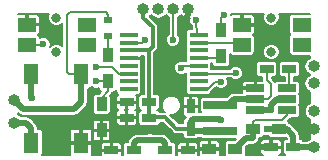
<source format=gbr>
G04 #@! TF.FileFunction,Copper,L1,Top,Signal*
%FSLAX46Y46*%
G04 Gerber Fmt 4.6, Leading zero omitted, Abs format (unit mm)*
G04 Created by KiCad (PCBNEW 4.0.7) date Thursday, August 02, 2018 'PMt' 03:47:54 PM*
%MOMM*%
%LPD*%
G01*
G04 APERTURE LIST*
%ADD10C,0.100000*%
%ADD11R,1.200000X0.750000*%
%ADD12R,0.750000X1.200000*%
%ADD13R,0.700000X0.600000*%
%ADD14R,1.300000X1.800000*%
%ADD15O,1.000000X1.000000*%
%ADD16R,2.900000X0.800000*%
%ADD17R,0.900000X1.200000*%
%ADD18R,1.200000X0.900000*%
%ADD19C,0.800000*%
%ADD20R,1.550000X1.200000*%
%ADD21R,1.560000X0.650000*%
%ADD22R,1.500000X0.450000*%
%ADD23C,0.600000*%
%ADD24C,0.500000*%
%ADD25C,0.300000*%
%ADD26C,0.200000*%
%ADD27C,0.250000*%
G04 APERTURE END LIST*
D10*
D11*
X113248400Y-82118200D03*
X115148400Y-82118200D03*
X128305600Y-75234800D03*
X126405600Y-75234800D03*
D12*
X119964200Y-78399600D03*
X119964200Y-80299600D03*
D11*
X117820400Y-82118200D03*
X119720400Y-82118200D03*
X114543800Y-79375000D03*
X116443800Y-79375000D03*
X114543800Y-78054200D03*
X116443800Y-78054200D03*
X128661200Y-81864200D03*
X126761200Y-81864200D03*
D13*
X112979200Y-71080400D03*
X112979200Y-72480400D03*
D14*
X106480000Y-75690000D03*
X110680000Y-75690000D03*
X106480000Y-81510000D03*
X110680000Y-81510000D03*
D15*
X105003600Y-77851000D03*
X104978200Y-79781400D03*
X119761000Y-70205600D03*
X118491000Y-70205600D03*
X117221000Y-70205600D03*
X115951000Y-70205600D03*
X130420000Y-78820000D03*
X130410000Y-81870000D03*
X130420000Y-80350000D03*
X130403600Y-75006200D03*
X130403600Y-76454000D03*
D16*
X122478800Y-78300400D03*
X122478800Y-80500400D03*
D17*
X112953800Y-74084000D03*
X112953800Y-76284000D03*
X112420400Y-78249600D03*
X112420400Y-80449600D03*
D18*
X123731200Y-82016600D03*
X121531200Y-82016600D03*
X125239600Y-80365600D03*
X127439600Y-80365600D03*
D17*
X122529600Y-74175800D03*
X122529600Y-71975800D03*
D19*
X108600000Y-73800000D03*
D20*
X106100000Y-71500000D03*
X106100000Y-73200000D03*
X111150000Y-71500000D03*
X111150000Y-73200000D03*
D19*
X108600000Y-70900000D03*
X126800000Y-73800000D03*
D20*
X124300000Y-71500000D03*
X124300000Y-73200000D03*
X129350000Y-71500000D03*
X129350000Y-73200000D03*
D19*
X126800000Y-70900000D03*
D21*
X125421400Y-76850200D03*
X125421400Y-77800200D03*
X125421400Y-78750200D03*
X128121400Y-78750200D03*
X128121400Y-76850200D03*
X128121400Y-77800200D03*
D22*
X114728200Y-72375600D03*
X114728200Y-73025600D03*
X114728200Y-73675600D03*
X114728200Y-74325600D03*
X114728200Y-74975600D03*
X114728200Y-75625600D03*
X114728200Y-76275600D03*
X114728200Y-76925600D03*
X120628200Y-76925600D03*
X120628200Y-76275600D03*
X120628200Y-75625600D03*
X120628200Y-74975600D03*
X120628200Y-74325600D03*
X120628200Y-73675600D03*
X120628200Y-73025600D03*
X120628200Y-72375600D03*
D23*
X125222000Y-82143600D03*
X129286000Y-80314800D03*
X127609600Y-72059800D03*
X119303800Y-73914000D03*
X107746800Y-71907400D03*
X111963200Y-82092800D03*
X122605800Y-82245200D03*
X124815600Y-74726800D03*
X126720600Y-78740000D03*
X116509800Y-81280000D03*
X106502200Y-77724000D03*
X126390400Y-80340200D03*
X122504200Y-79527400D03*
X123774200Y-75590400D03*
X122783600Y-70662800D03*
X118440200Y-72771000D03*
X116078000Y-72771000D03*
X107492800Y-73126600D03*
X111937800Y-75107800D03*
X122529600Y-76352400D03*
X119176800Y-75133200D03*
X111912400Y-76301600D03*
X120446800Y-71120000D03*
D24*
X126761200Y-81864200D02*
X125526800Y-81864200D01*
X125247400Y-82143600D02*
X125222000Y-82143600D01*
X125526800Y-81864200D02*
X125247400Y-82143600D01*
D25*
X124300000Y-71500000D02*
X125754400Y-71500000D01*
X126314200Y-72059800D02*
X127609600Y-72059800D01*
X125754400Y-71500000D02*
X126314200Y-72059800D01*
D24*
X119761000Y-70205600D02*
X119761000Y-70713600D01*
X119761000Y-70713600D02*
X119303800Y-71272400D01*
X119303800Y-71272400D02*
X119303800Y-73914000D01*
D26*
X106100000Y-71500000D02*
X107339400Y-71500000D01*
X107339400Y-71500000D02*
X107746800Y-71907400D01*
X113248400Y-82118200D02*
X111988600Y-82118200D01*
X111988600Y-82118200D02*
X111963200Y-82092800D01*
X121531200Y-82016600D02*
X122377200Y-82016600D01*
X122377200Y-82016600D02*
X122605800Y-82245200D01*
D27*
X125421400Y-76850200D02*
X125421400Y-76069200D01*
X124815600Y-75463400D02*
X124815600Y-74726800D01*
X125421400Y-76069200D02*
X124815600Y-75463400D01*
D24*
X126746000Y-78714600D02*
X126771400Y-78714600D01*
X126720600Y-78740000D02*
X126746000Y-78714600D01*
X106480000Y-75690000D02*
X106480000Y-77701800D01*
X106480000Y-77701800D02*
X106502200Y-77724000D01*
X115148400Y-82118200D02*
X115148400Y-81549200D01*
X117820400Y-81549200D02*
X117820400Y-82118200D01*
X117551200Y-81280000D02*
X117820400Y-81549200D01*
X115417600Y-81280000D02*
X116509800Y-81280000D01*
X116509800Y-81280000D02*
X117551200Y-81280000D01*
X115148400Y-81549200D02*
X115417600Y-81280000D01*
X128121400Y-77800200D02*
X127269820Y-77800200D01*
X127269820Y-77800200D02*
X126771400Y-78298620D01*
X126771400Y-78298620D02*
X126771400Y-78714600D01*
X126735800Y-78750200D02*
X125421400Y-78750200D01*
X126771400Y-78714600D02*
X126735800Y-78750200D01*
X117795000Y-82092800D02*
X117820400Y-82118200D01*
X115173800Y-82092800D02*
X115148400Y-82118200D01*
D26*
X128305600Y-75234800D02*
X128305600Y-76666000D01*
X128305600Y-76666000D02*
X128121400Y-76850200D01*
D24*
X125421400Y-77800200D02*
X123621800Y-77800200D01*
X123621800Y-77800200D02*
X123121600Y-78300400D01*
X123121600Y-78300400D02*
X122478800Y-78300400D01*
D26*
X126405600Y-75234800D02*
X126405600Y-76189800D01*
X126492000Y-77800200D02*
X125421400Y-77800200D01*
X126720600Y-77571600D02*
X126492000Y-77800200D01*
X126720600Y-76504800D02*
X126720600Y-77571600D01*
X126405600Y-76189800D02*
X126720600Y-76504800D01*
X125421400Y-77800200D02*
X124739400Y-77800200D01*
D24*
X127439600Y-80365600D02*
X128143000Y-80365600D01*
X128661200Y-80883800D02*
X128661200Y-81864200D01*
X128143000Y-80365600D02*
X128661200Y-80883800D01*
X130410000Y-81870000D02*
X128667000Y-81870000D01*
X128667000Y-81870000D02*
X128661200Y-81864200D01*
X122453400Y-79476600D02*
X122504200Y-79527400D01*
X119964200Y-79679800D02*
X119964200Y-80299600D01*
X119964200Y-79679800D02*
X120167400Y-79476600D01*
X120167400Y-79476600D02*
X122453400Y-79476600D01*
D25*
X119964200Y-80299600D02*
X118755200Y-80299600D01*
X117297200Y-79349600D02*
X116469200Y-79349600D01*
X118755200Y-80299600D02*
X117805200Y-79349600D01*
X117805200Y-79349600D02*
X117297200Y-79349600D01*
D24*
X119964200Y-80299600D02*
X120004800Y-80299600D01*
X122478800Y-80500400D02*
X120088800Y-80500400D01*
X120088800Y-80500400D02*
X119938800Y-80350400D01*
D25*
X116748600Y-71689000D02*
X116748600Y-73370400D01*
X115951000Y-70891400D02*
X116748600Y-71689000D01*
X115951000Y-70205600D02*
X115951000Y-70891400D01*
X116748600Y-73370400D02*
X116443400Y-73675600D01*
X114728200Y-73675600D02*
X116443400Y-73675600D01*
X116443800Y-73949600D02*
X116443800Y-78054200D01*
X116443800Y-73676000D02*
X116443800Y-73949600D01*
X116443400Y-73675600D02*
X116443800Y-73676000D01*
X116469200Y-79349600D02*
X116443800Y-79375000D01*
D24*
X126390400Y-80340200D02*
X127439600Y-80365600D01*
X130390400Y-81889600D02*
X130410000Y-81870000D01*
D25*
X116443800Y-79375000D02*
X116443800Y-78054200D01*
D24*
X130288800Y-81991200D02*
X130410000Y-81870000D01*
D26*
X110680000Y-75690000D02*
X109675200Y-75690000D01*
X112979200Y-70662800D02*
X112979200Y-71080400D01*
X112750600Y-70434200D02*
X112979200Y-70662800D01*
X109778800Y-70434200D02*
X112750600Y-70434200D01*
X109499400Y-70713600D02*
X109778800Y-70434200D01*
X109499400Y-75514200D02*
X109499400Y-70713600D01*
X109675200Y-75690000D02*
X109499400Y-75514200D01*
D24*
X105003600Y-77851000D02*
X105791000Y-78638400D01*
X110680000Y-78067400D02*
X110680000Y-75690000D01*
X110109000Y-78638400D02*
X110680000Y-78067400D01*
X105791000Y-78638400D02*
X110109000Y-78638400D01*
D26*
X110680000Y-75690000D02*
X110680000Y-75324200D01*
X112953800Y-74084000D02*
X112953800Y-72505800D01*
X112953800Y-72505800D02*
X112979200Y-72480400D01*
D24*
X104978200Y-79781400D02*
X105994200Y-79781400D01*
X106480000Y-80267200D02*
X106480000Y-81510000D01*
X105994200Y-79781400D02*
X106480000Y-80267200D01*
D26*
X120628200Y-75625600D02*
X123739000Y-75625600D01*
X123739000Y-75625600D02*
X123774200Y-75590400D01*
X122529600Y-71975800D02*
X122529600Y-70916800D01*
X122529600Y-70916800D02*
X122783600Y-70662800D01*
X114728200Y-73025600D02*
X115823400Y-73025600D01*
X118491000Y-72720200D02*
X118491000Y-70205600D01*
X118440200Y-72771000D02*
X118491000Y-72720200D01*
X115823400Y-73025600D02*
X116078000Y-72771000D01*
X114728200Y-75625600D02*
X113852600Y-75625600D01*
X107419400Y-73200000D02*
X106100000Y-73200000D01*
X107492800Y-73126600D02*
X107419400Y-73200000D01*
X113334800Y-75107800D02*
X111937800Y-75107800D01*
X113852600Y-75625600D02*
X113334800Y-75107800D01*
X120628200Y-76925600D02*
X121423000Y-76925600D01*
X121996200Y-76352400D02*
X122529600Y-76352400D01*
X121423000Y-76925600D02*
X121996200Y-76352400D01*
X112953800Y-76284000D02*
X111930000Y-76284000D01*
X119176800Y-75133200D02*
X119334400Y-74975600D01*
X119334400Y-74975600D02*
X120628200Y-74975600D01*
X111930000Y-76284000D02*
X111912400Y-76301600D01*
X112420400Y-78249600D02*
X112420400Y-77673200D01*
X112420400Y-77673200D02*
X112953800Y-77139800D01*
X112953800Y-77139800D02*
X112953800Y-76284000D01*
D24*
X123731200Y-82016600D02*
X123731200Y-82008800D01*
X123731200Y-82008800D02*
X124612400Y-81127600D01*
X125239600Y-81084600D02*
X125239600Y-80365600D01*
X125196600Y-81127600D02*
X125239600Y-81084600D01*
X124612400Y-81127600D02*
X125196600Y-81127600D01*
D26*
X123731200Y-82016600D02*
X123731200Y-81874000D01*
X128121400Y-78750200D02*
X128121400Y-79168000D01*
X127711200Y-79578200D02*
X125399800Y-79578200D01*
X128121400Y-79168000D02*
X127711200Y-79578200D01*
X125239600Y-79738400D02*
X125239600Y-80365600D01*
X125425200Y-79552800D02*
X125399800Y-79578200D01*
X125399800Y-79578200D02*
X125239600Y-79738400D01*
X126415800Y-79552800D02*
X125425200Y-79552800D01*
X120628200Y-74325600D02*
X122379800Y-74325600D01*
X122379800Y-74325600D02*
X122529600Y-74175800D01*
X120628200Y-73025600D02*
X124125600Y-73025600D01*
X124125600Y-73025600D02*
X124300000Y-73200000D01*
X120628200Y-72375600D02*
X120457800Y-72375600D01*
X120457800Y-72375600D02*
X120446800Y-71120000D01*
G36*
X126270529Y-80940096D02*
X126509224Y-80940304D01*
X126553728Y-80921915D01*
X126554642Y-80926773D01*
X126620345Y-81028879D01*
X126720597Y-81097378D01*
X126839600Y-81121477D01*
X128039600Y-81121477D01*
X128108159Y-81108576D01*
X128111200Y-81111617D01*
X128111200Y-81183323D01*
X128061200Y-81183323D01*
X127950027Y-81204242D01*
X127847921Y-81269945D01*
X127779422Y-81370197D01*
X127755323Y-81489200D01*
X127755323Y-82239200D01*
X127776242Y-82350373D01*
X127841945Y-82452479D01*
X127942197Y-82520978D01*
X127962058Y-82525000D01*
X127455156Y-82525000D01*
X127531137Y-82493528D01*
X127615528Y-82409136D01*
X127661200Y-82298873D01*
X127661200Y-81989200D01*
X127586200Y-81914200D01*
X126811200Y-81914200D01*
X126811200Y-81934200D01*
X126711200Y-81934200D01*
X126711200Y-81914200D01*
X125936200Y-81914200D01*
X125861200Y-81989200D01*
X125861200Y-82298873D01*
X125906872Y-82409136D01*
X125991263Y-82493528D01*
X126067244Y-82525000D01*
X124625251Y-82525000D01*
X124637077Y-82466600D01*
X124637077Y-81880741D01*
X124840218Y-81677600D01*
X125196600Y-81677600D01*
X125407076Y-81635734D01*
X125585509Y-81516509D01*
X125628509Y-81473509D01*
X125657896Y-81429527D01*
X125861200Y-81429527D01*
X125861200Y-81739200D01*
X125936200Y-81814200D01*
X126711200Y-81814200D01*
X126711200Y-81264200D01*
X126811200Y-81264200D01*
X126811200Y-81814200D01*
X127586200Y-81814200D01*
X127661200Y-81739200D01*
X127661200Y-81429527D01*
X127615528Y-81319264D01*
X127531137Y-81234872D01*
X127420874Y-81189200D01*
X126886200Y-81189200D01*
X126811200Y-81264200D01*
X126711200Y-81264200D01*
X126636200Y-81189200D01*
X126101526Y-81189200D01*
X125991263Y-81234872D01*
X125906872Y-81319264D01*
X125861200Y-81429527D01*
X125657896Y-81429527D01*
X125747734Y-81295076D01*
X125782265Y-81121477D01*
X125839600Y-81121477D01*
X125950773Y-81100558D01*
X126052879Y-81034855D01*
X126121378Y-80934603D01*
X126131921Y-80882541D01*
X126270529Y-80940096D01*
X126270529Y-80940096D01*
G37*
X126270529Y-80940096D02*
X126509224Y-80940304D01*
X126553728Y-80921915D01*
X126554642Y-80926773D01*
X126620345Y-81028879D01*
X126720597Y-81097378D01*
X126839600Y-81121477D01*
X128039600Y-81121477D01*
X128108159Y-81108576D01*
X128111200Y-81111617D01*
X128111200Y-81183323D01*
X128061200Y-81183323D01*
X127950027Y-81204242D01*
X127847921Y-81269945D01*
X127779422Y-81370197D01*
X127755323Y-81489200D01*
X127755323Y-82239200D01*
X127776242Y-82350373D01*
X127841945Y-82452479D01*
X127942197Y-82520978D01*
X127962058Y-82525000D01*
X127455156Y-82525000D01*
X127531137Y-82493528D01*
X127615528Y-82409136D01*
X127661200Y-82298873D01*
X127661200Y-81989200D01*
X127586200Y-81914200D01*
X126811200Y-81914200D01*
X126811200Y-81934200D01*
X126711200Y-81934200D01*
X126711200Y-81914200D01*
X125936200Y-81914200D01*
X125861200Y-81989200D01*
X125861200Y-82298873D01*
X125906872Y-82409136D01*
X125991263Y-82493528D01*
X126067244Y-82525000D01*
X124625251Y-82525000D01*
X124637077Y-82466600D01*
X124637077Y-81880741D01*
X124840218Y-81677600D01*
X125196600Y-81677600D01*
X125407076Y-81635734D01*
X125585509Y-81516509D01*
X125628509Y-81473509D01*
X125657896Y-81429527D01*
X125861200Y-81429527D01*
X125861200Y-81739200D01*
X125936200Y-81814200D01*
X126711200Y-81814200D01*
X126711200Y-81264200D01*
X126811200Y-81264200D01*
X126811200Y-81814200D01*
X127586200Y-81814200D01*
X127661200Y-81739200D01*
X127661200Y-81429527D01*
X127615528Y-81319264D01*
X127531137Y-81234872D01*
X127420874Y-81189200D01*
X126886200Y-81189200D01*
X126811200Y-81264200D01*
X126711200Y-81264200D01*
X126636200Y-81189200D01*
X126101526Y-81189200D01*
X125991263Y-81234872D01*
X125906872Y-81319264D01*
X125861200Y-81429527D01*
X125657896Y-81429527D01*
X125747734Y-81295076D01*
X125782265Y-81121477D01*
X125839600Y-81121477D01*
X125950773Y-81100558D01*
X126052879Y-81034855D01*
X126121378Y-80934603D01*
X126131921Y-80882541D01*
X126270529Y-80940096D01*
G36*
X115993800Y-77373323D02*
X115843800Y-77373323D01*
X115732627Y-77394242D01*
X115630521Y-77459945D01*
X115562022Y-77560197D01*
X115537923Y-77679200D01*
X115537923Y-78429200D01*
X115558842Y-78540373D01*
X115624545Y-78642479D01*
X115724797Y-78710978D01*
X115738971Y-78713848D01*
X115732627Y-78715042D01*
X115630521Y-78780745D01*
X115562022Y-78880997D01*
X115537923Y-79000000D01*
X115537923Y-79750000D01*
X115558842Y-79861173D01*
X115624545Y-79963279D01*
X115724797Y-80031778D01*
X115843800Y-80055877D01*
X117043800Y-80055877D01*
X117154973Y-80034958D01*
X117257079Y-79969255D01*
X117325578Y-79869003D01*
X117339633Y-79799600D01*
X117618804Y-79799600D01*
X118437002Y-80617798D01*
X118582992Y-80715346D01*
X118755200Y-80749600D01*
X119283323Y-80749600D01*
X119283323Y-80899600D01*
X119304242Y-81010773D01*
X119369945Y-81112879D01*
X119470197Y-81181378D01*
X119589200Y-81205477D01*
X120339200Y-81205477D01*
X120450373Y-81184558D01*
X120552479Y-81118855D01*
X120599252Y-81050400D01*
X120768826Y-81050400D01*
X120809545Y-81113679D01*
X120909797Y-81182178D01*
X121028800Y-81206277D01*
X123755905Y-81206277D01*
X123701459Y-81260723D01*
X123131200Y-81260723D01*
X123020027Y-81281642D01*
X122917921Y-81347345D01*
X122849422Y-81447597D01*
X122825323Y-81566600D01*
X122825323Y-82466600D01*
X122836312Y-82525000D01*
X122431200Y-82525000D01*
X122431200Y-82141600D01*
X122356200Y-82066600D01*
X121581200Y-82066600D01*
X121581200Y-82086600D01*
X121481200Y-82086600D01*
X121481200Y-82066600D01*
X120706200Y-82066600D01*
X120631200Y-82141600D01*
X120631200Y-82525000D01*
X120620400Y-82525000D01*
X120620400Y-82243200D01*
X120545400Y-82168200D01*
X119770400Y-82168200D01*
X119770400Y-82188200D01*
X119670400Y-82188200D01*
X119670400Y-82168200D01*
X118895400Y-82168200D01*
X118820400Y-82243200D01*
X118820400Y-82525000D01*
X118719837Y-82525000D01*
X118726277Y-82493200D01*
X118726277Y-81743200D01*
X118715049Y-81683527D01*
X118820400Y-81683527D01*
X118820400Y-81993200D01*
X118895400Y-82068200D01*
X119670400Y-82068200D01*
X119670400Y-81518200D01*
X119770400Y-81518200D01*
X119770400Y-82068200D01*
X120545400Y-82068200D01*
X120620400Y-81993200D01*
X120620400Y-81683527D01*
X120574728Y-81573264D01*
X120508392Y-81506927D01*
X120631200Y-81506927D01*
X120631200Y-81891600D01*
X120706200Y-81966600D01*
X121481200Y-81966600D01*
X121481200Y-81341600D01*
X121581200Y-81341600D01*
X121581200Y-81966600D01*
X122356200Y-81966600D01*
X122431200Y-81891600D01*
X122431200Y-81506927D01*
X122385528Y-81396664D01*
X122301137Y-81312272D01*
X122190874Y-81266600D01*
X121656200Y-81266600D01*
X121581200Y-81341600D01*
X121481200Y-81341600D01*
X121406200Y-81266600D01*
X120871526Y-81266600D01*
X120761263Y-81312272D01*
X120676872Y-81396664D01*
X120631200Y-81506927D01*
X120508392Y-81506927D01*
X120490337Y-81488872D01*
X120380074Y-81443200D01*
X119845400Y-81443200D01*
X119770400Y-81518200D01*
X119670400Y-81518200D01*
X119595400Y-81443200D01*
X119060726Y-81443200D01*
X118950463Y-81488872D01*
X118866072Y-81573264D01*
X118820400Y-81683527D01*
X118715049Y-81683527D01*
X118705358Y-81632027D01*
X118639655Y-81529921D01*
X118539403Y-81461422D01*
X118420400Y-81437323D01*
X118348146Y-81437323D01*
X118328534Y-81338724D01*
X118209309Y-81160291D01*
X117940109Y-80891091D01*
X117761676Y-80771866D01*
X117551200Y-80730000D01*
X116749834Y-80730000D01*
X116629671Y-80680104D01*
X116390976Y-80679896D01*
X116269715Y-80730000D01*
X115417600Y-80730000D01*
X115207124Y-80771866D01*
X115028691Y-80891091D01*
X114759491Y-81160291D01*
X114640266Y-81338724D01*
X114620654Y-81437323D01*
X114548400Y-81437323D01*
X114437227Y-81458242D01*
X114335121Y-81523945D01*
X114266622Y-81624197D01*
X114242523Y-81743200D01*
X114242523Y-82493200D01*
X114248507Y-82525000D01*
X114148400Y-82525000D01*
X114148400Y-82243200D01*
X114073400Y-82168200D01*
X113298400Y-82168200D01*
X113298400Y-82188200D01*
X113198400Y-82188200D01*
X113198400Y-82168200D01*
X112423400Y-82168200D01*
X112348400Y-82243200D01*
X112348400Y-82525000D01*
X111607083Y-82525000D01*
X111630000Y-82469673D01*
X111630000Y-81683527D01*
X112348400Y-81683527D01*
X112348400Y-81993200D01*
X112423400Y-82068200D01*
X113198400Y-82068200D01*
X113198400Y-81518200D01*
X113298400Y-81518200D01*
X113298400Y-82068200D01*
X114073400Y-82068200D01*
X114148400Y-81993200D01*
X114148400Y-81683527D01*
X114102728Y-81573264D01*
X114018337Y-81488872D01*
X113908074Y-81443200D01*
X113373400Y-81443200D01*
X113298400Y-81518200D01*
X113198400Y-81518200D01*
X113123400Y-81443200D01*
X112588726Y-81443200D01*
X112478463Y-81488872D01*
X112394072Y-81573264D01*
X112348400Y-81683527D01*
X111630000Y-81683527D01*
X111630000Y-81635000D01*
X111555000Y-81560000D01*
X110730000Y-81560000D01*
X110730000Y-81580000D01*
X110630000Y-81580000D01*
X110630000Y-81560000D01*
X109805000Y-81560000D01*
X109730000Y-81635000D01*
X109730000Y-82469673D01*
X109752917Y-82525000D01*
X107412589Y-82525000D01*
X107435877Y-82410000D01*
X107435877Y-80610000D01*
X107424649Y-80550327D01*
X109730000Y-80550327D01*
X109730000Y-81385000D01*
X109805000Y-81460000D01*
X110630000Y-81460000D01*
X110630000Y-80385000D01*
X110730000Y-80385000D01*
X110730000Y-81460000D01*
X111555000Y-81460000D01*
X111630000Y-81385000D01*
X111630000Y-80574600D01*
X111670400Y-80574600D01*
X111670400Y-81109274D01*
X111716072Y-81219537D01*
X111800464Y-81303928D01*
X111910727Y-81349600D01*
X112295400Y-81349600D01*
X112370400Y-81274600D01*
X112370400Y-80499600D01*
X112470400Y-80499600D01*
X112470400Y-81274600D01*
X112545400Y-81349600D01*
X112930073Y-81349600D01*
X113040336Y-81303928D01*
X113124728Y-81219537D01*
X113170400Y-81109274D01*
X113170400Y-80574600D01*
X113095400Y-80499600D01*
X112470400Y-80499600D01*
X112370400Y-80499600D01*
X111745400Y-80499600D01*
X111670400Y-80574600D01*
X111630000Y-80574600D01*
X111630000Y-80550327D01*
X111584328Y-80440064D01*
X111499937Y-80355672D01*
X111389674Y-80310000D01*
X110805000Y-80310000D01*
X110730000Y-80385000D01*
X110630000Y-80385000D01*
X110555000Y-80310000D01*
X109970326Y-80310000D01*
X109860063Y-80355672D01*
X109775672Y-80440064D01*
X109730000Y-80550327D01*
X107424649Y-80550327D01*
X107414958Y-80498827D01*
X107349255Y-80396721D01*
X107249003Y-80328222D01*
X107130000Y-80304123D01*
X107030000Y-80304123D01*
X107030000Y-80267200D01*
X106988134Y-80056724D01*
X106868909Y-79878291D01*
X106780544Y-79789926D01*
X111670400Y-79789926D01*
X111670400Y-80324600D01*
X111745400Y-80399600D01*
X112370400Y-80399600D01*
X112370400Y-79624600D01*
X112470400Y-79624600D01*
X112470400Y-80399600D01*
X113095400Y-80399600D01*
X113170400Y-80324600D01*
X113170400Y-79789926D01*
X113124728Y-79679663D01*
X113040336Y-79595272D01*
X112930073Y-79549600D01*
X112545400Y-79549600D01*
X112470400Y-79624600D01*
X112370400Y-79624600D01*
X112295400Y-79549600D01*
X111910727Y-79549600D01*
X111800464Y-79595272D01*
X111716072Y-79679663D01*
X111670400Y-79789926D01*
X106780544Y-79789926D01*
X106490618Y-79500000D01*
X113643800Y-79500000D01*
X113643800Y-79809673D01*
X113689472Y-79919936D01*
X113773863Y-80004328D01*
X113884126Y-80050000D01*
X114418800Y-80050000D01*
X114493800Y-79975000D01*
X114493800Y-79425000D01*
X114593800Y-79425000D01*
X114593800Y-79975000D01*
X114668800Y-80050000D01*
X115203474Y-80050000D01*
X115313737Y-80004328D01*
X115398128Y-79919936D01*
X115443800Y-79809673D01*
X115443800Y-79500000D01*
X115368800Y-79425000D01*
X114593800Y-79425000D01*
X114493800Y-79425000D01*
X113718800Y-79425000D01*
X113643800Y-79500000D01*
X106490618Y-79500000D01*
X106383109Y-79392491D01*
X106204676Y-79273266D01*
X105994200Y-79231400D01*
X105570038Y-79231400D01*
X105559558Y-79215715D01*
X105375000Y-79092396D01*
X105375000Y-79000218D01*
X105402091Y-79027309D01*
X105580524Y-79146534D01*
X105791000Y-79188401D01*
X105791005Y-79188400D01*
X110109000Y-79188400D01*
X110319476Y-79146534D01*
X110497909Y-79027309D01*
X111068909Y-78456309D01*
X111188134Y-78277876D01*
X111230000Y-78067400D01*
X111230000Y-76895877D01*
X111330000Y-76895877D01*
X111441173Y-76874958D01*
X111543279Y-76809255D01*
X111554698Y-76792543D01*
X111572083Y-76809959D01*
X111792529Y-76901496D01*
X112031224Y-76901704D01*
X112197923Y-76832825D01*
X112197923Y-76884000D01*
X112218842Y-76995173D01*
X112284545Y-77097279D01*
X112371335Y-77156580D01*
X112184191Y-77343723D01*
X111970400Y-77343723D01*
X111859227Y-77364642D01*
X111757121Y-77430345D01*
X111688622Y-77530597D01*
X111664523Y-77649600D01*
X111664523Y-78849600D01*
X111685442Y-78960773D01*
X111751145Y-79062879D01*
X111851397Y-79131378D01*
X111970400Y-79155477D01*
X112870400Y-79155477D01*
X112981573Y-79134558D01*
X113083679Y-79068855D01*
X113152178Y-78968603D01*
X113176277Y-78849600D01*
X113176277Y-78179200D01*
X113643800Y-78179200D01*
X113643800Y-78488873D01*
X113689472Y-78599136D01*
X113773863Y-78683528D01*
X113848878Y-78714600D01*
X113773863Y-78745672D01*
X113689472Y-78830064D01*
X113643800Y-78940327D01*
X113643800Y-79250000D01*
X113718800Y-79325000D01*
X114493800Y-79325000D01*
X114493800Y-78775000D01*
X114433400Y-78714600D01*
X114493800Y-78654200D01*
X114493800Y-78104200D01*
X114593800Y-78104200D01*
X114593800Y-78654200D01*
X114654200Y-78714600D01*
X114593800Y-78775000D01*
X114593800Y-79325000D01*
X115368800Y-79325000D01*
X115443800Y-79250000D01*
X115443800Y-78940327D01*
X115398128Y-78830064D01*
X115313737Y-78745672D01*
X115238722Y-78714600D01*
X115313737Y-78683528D01*
X115398128Y-78599136D01*
X115443800Y-78488873D01*
X115443800Y-78179200D01*
X115368800Y-78104200D01*
X114593800Y-78104200D01*
X114493800Y-78104200D01*
X113718800Y-78104200D01*
X113643800Y-78179200D01*
X113176277Y-78179200D01*
X113176277Y-77649600D01*
X113155358Y-77538427D01*
X113141850Y-77517435D01*
X113236640Y-77422645D01*
X113236643Y-77422643D01*
X113323352Y-77292873D01*
X113329538Y-77261773D01*
X113343840Y-77189877D01*
X113403800Y-77189877D01*
X113514973Y-77168958D01*
X113617079Y-77103255D01*
X113672323Y-77022402D01*
X113672323Y-77150600D01*
X113693242Y-77261773D01*
X113758945Y-77363879D01*
X113820151Y-77405699D01*
X113773863Y-77424872D01*
X113689472Y-77509264D01*
X113643800Y-77619527D01*
X113643800Y-77929200D01*
X113718800Y-78004200D01*
X114493800Y-78004200D01*
X114493800Y-77984200D01*
X114593800Y-77984200D01*
X114593800Y-78004200D01*
X115368800Y-78004200D01*
X115443800Y-77929200D01*
X115443800Y-77619527D01*
X115398128Y-77509264D01*
X115345342Y-77456477D01*
X115478200Y-77456477D01*
X115589373Y-77435558D01*
X115691479Y-77369855D01*
X115759978Y-77269603D01*
X115784077Y-77150600D01*
X115784077Y-76700600D01*
X115764570Y-76596929D01*
X115784077Y-76500600D01*
X115784077Y-76050600D01*
X115764570Y-75946929D01*
X115784077Y-75850600D01*
X115784077Y-75400600D01*
X115764570Y-75296929D01*
X115784077Y-75200600D01*
X115784077Y-74750600D01*
X115764085Y-74644351D01*
X115778200Y-74610273D01*
X115778200Y-74450600D01*
X115703200Y-74375600D01*
X114778200Y-74375600D01*
X114778200Y-74395600D01*
X114678200Y-74395600D01*
X114678200Y-74375600D01*
X114658200Y-74375600D01*
X114658200Y-74275600D01*
X114678200Y-74275600D01*
X114678200Y-74255600D01*
X114778200Y-74255600D01*
X114778200Y-74275600D01*
X115703200Y-74275600D01*
X115778200Y-74200600D01*
X115778200Y-74125600D01*
X115993800Y-74125600D01*
X115993800Y-77373323D01*
X115993800Y-77373323D01*
G37*
X115993800Y-77373323D02*
X115843800Y-77373323D01*
X115732627Y-77394242D01*
X115630521Y-77459945D01*
X115562022Y-77560197D01*
X115537923Y-77679200D01*
X115537923Y-78429200D01*
X115558842Y-78540373D01*
X115624545Y-78642479D01*
X115724797Y-78710978D01*
X115738971Y-78713848D01*
X115732627Y-78715042D01*
X115630521Y-78780745D01*
X115562022Y-78880997D01*
X115537923Y-79000000D01*
X115537923Y-79750000D01*
X115558842Y-79861173D01*
X115624545Y-79963279D01*
X115724797Y-80031778D01*
X115843800Y-80055877D01*
X117043800Y-80055877D01*
X117154973Y-80034958D01*
X117257079Y-79969255D01*
X117325578Y-79869003D01*
X117339633Y-79799600D01*
X117618804Y-79799600D01*
X118437002Y-80617798D01*
X118582992Y-80715346D01*
X118755200Y-80749600D01*
X119283323Y-80749600D01*
X119283323Y-80899600D01*
X119304242Y-81010773D01*
X119369945Y-81112879D01*
X119470197Y-81181378D01*
X119589200Y-81205477D01*
X120339200Y-81205477D01*
X120450373Y-81184558D01*
X120552479Y-81118855D01*
X120599252Y-81050400D01*
X120768826Y-81050400D01*
X120809545Y-81113679D01*
X120909797Y-81182178D01*
X121028800Y-81206277D01*
X123755905Y-81206277D01*
X123701459Y-81260723D01*
X123131200Y-81260723D01*
X123020027Y-81281642D01*
X122917921Y-81347345D01*
X122849422Y-81447597D01*
X122825323Y-81566600D01*
X122825323Y-82466600D01*
X122836312Y-82525000D01*
X122431200Y-82525000D01*
X122431200Y-82141600D01*
X122356200Y-82066600D01*
X121581200Y-82066600D01*
X121581200Y-82086600D01*
X121481200Y-82086600D01*
X121481200Y-82066600D01*
X120706200Y-82066600D01*
X120631200Y-82141600D01*
X120631200Y-82525000D01*
X120620400Y-82525000D01*
X120620400Y-82243200D01*
X120545400Y-82168200D01*
X119770400Y-82168200D01*
X119770400Y-82188200D01*
X119670400Y-82188200D01*
X119670400Y-82168200D01*
X118895400Y-82168200D01*
X118820400Y-82243200D01*
X118820400Y-82525000D01*
X118719837Y-82525000D01*
X118726277Y-82493200D01*
X118726277Y-81743200D01*
X118715049Y-81683527D01*
X118820400Y-81683527D01*
X118820400Y-81993200D01*
X118895400Y-82068200D01*
X119670400Y-82068200D01*
X119670400Y-81518200D01*
X119770400Y-81518200D01*
X119770400Y-82068200D01*
X120545400Y-82068200D01*
X120620400Y-81993200D01*
X120620400Y-81683527D01*
X120574728Y-81573264D01*
X120508392Y-81506927D01*
X120631200Y-81506927D01*
X120631200Y-81891600D01*
X120706200Y-81966600D01*
X121481200Y-81966600D01*
X121481200Y-81341600D01*
X121581200Y-81341600D01*
X121581200Y-81966600D01*
X122356200Y-81966600D01*
X122431200Y-81891600D01*
X122431200Y-81506927D01*
X122385528Y-81396664D01*
X122301137Y-81312272D01*
X122190874Y-81266600D01*
X121656200Y-81266600D01*
X121581200Y-81341600D01*
X121481200Y-81341600D01*
X121406200Y-81266600D01*
X120871526Y-81266600D01*
X120761263Y-81312272D01*
X120676872Y-81396664D01*
X120631200Y-81506927D01*
X120508392Y-81506927D01*
X120490337Y-81488872D01*
X120380074Y-81443200D01*
X119845400Y-81443200D01*
X119770400Y-81518200D01*
X119670400Y-81518200D01*
X119595400Y-81443200D01*
X119060726Y-81443200D01*
X118950463Y-81488872D01*
X118866072Y-81573264D01*
X118820400Y-81683527D01*
X118715049Y-81683527D01*
X118705358Y-81632027D01*
X118639655Y-81529921D01*
X118539403Y-81461422D01*
X118420400Y-81437323D01*
X118348146Y-81437323D01*
X118328534Y-81338724D01*
X118209309Y-81160291D01*
X117940109Y-80891091D01*
X117761676Y-80771866D01*
X117551200Y-80730000D01*
X116749834Y-80730000D01*
X116629671Y-80680104D01*
X116390976Y-80679896D01*
X116269715Y-80730000D01*
X115417600Y-80730000D01*
X115207124Y-80771866D01*
X115028691Y-80891091D01*
X114759491Y-81160291D01*
X114640266Y-81338724D01*
X114620654Y-81437323D01*
X114548400Y-81437323D01*
X114437227Y-81458242D01*
X114335121Y-81523945D01*
X114266622Y-81624197D01*
X114242523Y-81743200D01*
X114242523Y-82493200D01*
X114248507Y-82525000D01*
X114148400Y-82525000D01*
X114148400Y-82243200D01*
X114073400Y-82168200D01*
X113298400Y-82168200D01*
X113298400Y-82188200D01*
X113198400Y-82188200D01*
X113198400Y-82168200D01*
X112423400Y-82168200D01*
X112348400Y-82243200D01*
X112348400Y-82525000D01*
X111607083Y-82525000D01*
X111630000Y-82469673D01*
X111630000Y-81683527D01*
X112348400Y-81683527D01*
X112348400Y-81993200D01*
X112423400Y-82068200D01*
X113198400Y-82068200D01*
X113198400Y-81518200D01*
X113298400Y-81518200D01*
X113298400Y-82068200D01*
X114073400Y-82068200D01*
X114148400Y-81993200D01*
X114148400Y-81683527D01*
X114102728Y-81573264D01*
X114018337Y-81488872D01*
X113908074Y-81443200D01*
X113373400Y-81443200D01*
X113298400Y-81518200D01*
X113198400Y-81518200D01*
X113123400Y-81443200D01*
X112588726Y-81443200D01*
X112478463Y-81488872D01*
X112394072Y-81573264D01*
X112348400Y-81683527D01*
X111630000Y-81683527D01*
X111630000Y-81635000D01*
X111555000Y-81560000D01*
X110730000Y-81560000D01*
X110730000Y-81580000D01*
X110630000Y-81580000D01*
X110630000Y-81560000D01*
X109805000Y-81560000D01*
X109730000Y-81635000D01*
X109730000Y-82469673D01*
X109752917Y-82525000D01*
X107412589Y-82525000D01*
X107435877Y-82410000D01*
X107435877Y-80610000D01*
X107424649Y-80550327D01*
X109730000Y-80550327D01*
X109730000Y-81385000D01*
X109805000Y-81460000D01*
X110630000Y-81460000D01*
X110630000Y-80385000D01*
X110730000Y-80385000D01*
X110730000Y-81460000D01*
X111555000Y-81460000D01*
X111630000Y-81385000D01*
X111630000Y-80574600D01*
X111670400Y-80574600D01*
X111670400Y-81109274D01*
X111716072Y-81219537D01*
X111800464Y-81303928D01*
X111910727Y-81349600D01*
X112295400Y-81349600D01*
X112370400Y-81274600D01*
X112370400Y-80499600D01*
X112470400Y-80499600D01*
X112470400Y-81274600D01*
X112545400Y-81349600D01*
X112930073Y-81349600D01*
X113040336Y-81303928D01*
X113124728Y-81219537D01*
X113170400Y-81109274D01*
X113170400Y-80574600D01*
X113095400Y-80499600D01*
X112470400Y-80499600D01*
X112370400Y-80499600D01*
X111745400Y-80499600D01*
X111670400Y-80574600D01*
X111630000Y-80574600D01*
X111630000Y-80550327D01*
X111584328Y-80440064D01*
X111499937Y-80355672D01*
X111389674Y-80310000D01*
X110805000Y-80310000D01*
X110730000Y-80385000D01*
X110630000Y-80385000D01*
X110555000Y-80310000D01*
X109970326Y-80310000D01*
X109860063Y-80355672D01*
X109775672Y-80440064D01*
X109730000Y-80550327D01*
X107424649Y-80550327D01*
X107414958Y-80498827D01*
X107349255Y-80396721D01*
X107249003Y-80328222D01*
X107130000Y-80304123D01*
X107030000Y-80304123D01*
X107030000Y-80267200D01*
X106988134Y-80056724D01*
X106868909Y-79878291D01*
X106780544Y-79789926D01*
X111670400Y-79789926D01*
X111670400Y-80324600D01*
X111745400Y-80399600D01*
X112370400Y-80399600D01*
X112370400Y-79624600D01*
X112470400Y-79624600D01*
X112470400Y-80399600D01*
X113095400Y-80399600D01*
X113170400Y-80324600D01*
X113170400Y-79789926D01*
X113124728Y-79679663D01*
X113040336Y-79595272D01*
X112930073Y-79549600D01*
X112545400Y-79549600D01*
X112470400Y-79624600D01*
X112370400Y-79624600D01*
X112295400Y-79549600D01*
X111910727Y-79549600D01*
X111800464Y-79595272D01*
X111716072Y-79679663D01*
X111670400Y-79789926D01*
X106780544Y-79789926D01*
X106490618Y-79500000D01*
X113643800Y-79500000D01*
X113643800Y-79809673D01*
X113689472Y-79919936D01*
X113773863Y-80004328D01*
X113884126Y-80050000D01*
X114418800Y-80050000D01*
X114493800Y-79975000D01*
X114493800Y-79425000D01*
X114593800Y-79425000D01*
X114593800Y-79975000D01*
X114668800Y-80050000D01*
X115203474Y-80050000D01*
X115313737Y-80004328D01*
X115398128Y-79919936D01*
X115443800Y-79809673D01*
X115443800Y-79500000D01*
X115368800Y-79425000D01*
X114593800Y-79425000D01*
X114493800Y-79425000D01*
X113718800Y-79425000D01*
X113643800Y-79500000D01*
X106490618Y-79500000D01*
X106383109Y-79392491D01*
X106204676Y-79273266D01*
X105994200Y-79231400D01*
X105570038Y-79231400D01*
X105559558Y-79215715D01*
X105375000Y-79092396D01*
X105375000Y-79000218D01*
X105402091Y-79027309D01*
X105580524Y-79146534D01*
X105791000Y-79188401D01*
X105791005Y-79188400D01*
X110109000Y-79188400D01*
X110319476Y-79146534D01*
X110497909Y-79027309D01*
X111068909Y-78456309D01*
X111188134Y-78277876D01*
X111230000Y-78067400D01*
X111230000Y-76895877D01*
X111330000Y-76895877D01*
X111441173Y-76874958D01*
X111543279Y-76809255D01*
X111554698Y-76792543D01*
X111572083Y-76809959D01*
X111792529Y-76901496D01*
X112031224Y-76901704D01*
X112197923Y-76832825D01*
X112197923Y-76884000D01*
X112218842Y-76995173D01*
X112284545Y-77097279D01*
X112371335Y-77156580D01*
X112184191Y-77343723D01*
X111970400Y-77343723D01*
X111859227Y-77364642D01*
X111757121Y-77430345D01*
X111688622Y-77530597D01*
X111664523Y-77649600D01*
X111664523Y-78849600D01*
X111685442Y-78960773D01*
X111751145Y-79062879D01*
X111851397Y-79131378D01*
X111970400Y-79155477D01*
X112870400Y-79155477D01*
X112981573Y-79134558D01*
X113083679Y-79068855D01*
X113152178Y-78968603D01*
X113176277Y-78849600D01*
X113176277Y-78179200D01*
X113643800Y-78179200D01*
X113643800Y-78488873D01*
X113689472Y-78599136D01*
X113773863Y-78683528D01*
X113848878Y-78714600D01*
X113773863Y-78745672D01*
X113689472Y-78830064D01*
X113643800Y-78940327D01*
X113643800Y-79250000D01*
X113718800Y-79325000D01*
X114493800Y-79325000D01*
X114493800Y-78775000D01*
X114433400Y-78714600D01*
X114493800Y-78654200D01*
X114493800Y-78104200D01*
X114593800Y-78104200D01*
X114593800Y-78654200D01*
X114654200Y-78714600D01*
X114593800Y-78775000D01*
X114593800Y-79325000D01*
X115368800Y-79325000D01*
X115443800Y-79250000D01*
X115443800Y-78940327D01*
X115398128Y-78830064D01*
X115313737Y-78745672D01*
X115238722Y-78714600D01*
X115313737Y-78683528D01*
X115398128Y-78599136D01*
X115443800Y-78488873D01*
X115443800Y-78179200D01*
X115368800Y-78104200D01*
X114593800Y-78104200D01*
X114493800Y-78104200D01*
X113718800Y-78104200D01*
X113643800Y-78179200D01*
X113176277Y-78179200D01*
X113176277Y-77649600D01*
X113155358Y-77538427D01*
X113141850Y-77517435D01*
X113236640Y-77422645D01*
X113236643Y-77422643D01*
X113323352Y-77292873D01*
X113329538Y-77261773D01*
X113343840Y-77189877D01*
X113403800Y-77189877D01*
X113514973Y-77168958D01*
X113617079Y-77103255D01*
X113672323Y-77022402D01*
X113672323Y-77150600D01*
X113693242Y-77261773D01*
X113758945Y-77363879D01*
X113820151Y-77405699D01*
X113773863Y-77424872D01*
X113689472Y-77509264D01*
X113643800Y-77619527D01*
X113643800Y-77929200D01*
X113718800Y-78004200D01*
X114493800Y-78004200D01*
X114493800Y-77984200D01*
X114593800Y-77984200D01*
X114593800Y-78004200D01*
X115368800Y-78004200D01*
X115443800Y-77929200D01*
X115443800Y-77619527D01*
X115398128Y-77509264D01*
X115345342Y-77456477D01*
X115478200Y-77456477D01*
X115589373Y-77435558D01*
X115691479Y-77369855D01*
X115759978Y-77269603D01*
X115784077Y-77150600D01*
X115784077Y-76700600D01*
X115764570Y-76596929D01*
X115784077Y-76500600D01*
X115784077Y-76050600D01*
X115764570Y-75946929D01*
X115784077Y-75850600D01*
X115784077Y-75400600D01*
X115764570Y-75296929D01*
X115784077Y-75200600D01*
X115784077Y-74750600D01*
X115764085Y-74644351D01*
X115778200Y-74610273D01*
X115778200Y-74450600D01*
X115703200Y-74375600D01*
X114778200Y-74375600D01*
X114778200Y-74395600D01*
X114678200Y-74395600D01*
X114678200Y-74375600D01*
X114658200Y-74375600D01*
X114658200Y-74275600D01*
X114678200Y-74275600D01*
X114678200Y-74255600D01*
X114778200Y-74255600D01*
X114778200Y-74275600D01*
X115703200Y-74275600D01*
X115778200Y-74200600D01*
X115778200Y-74125600D01*
X115993800Y-74125600D01*
X115993800Y-77373323D01*
G36*
X119811000Y-70928874D02*
X119865936Y-70954294D01*
X119846904Y-71000129D01*
X119846696Y-71238824D01*
X119937848Y-71459429D01*
X120050749Y-71572527D01*
X120053133Y-71844723D01*
X119878200Y-71844723D01*
X119767027Y-71865642D01*
X119664921Y-71931345D01*
X119596422Y-72031597D01*
X119572323Y-72150600D01*
X119572323Y-72600600D01*
X119591830Y-72704271D01*
X119572323Y-72800600D01*
X119572323Y-73250600D01*
X119591830Y-73354271D01*
X119572323Y-73450600D01*
X119572323Y-73900600D01*
X119591830Y-74004271D01*
X119572323Y-74100600D01*
X119572323Y-74550600D01*
X119577027Y-74575600D01*
X119398531Y-74575600D01*
X119296671Y-74533304D01*
X119057976Y-74533096D01*
X118837371Y-74624248D01*
X118668441Y-74792883D01*
X118576904Y-75013329D01*
X118576696Y-75252024D01*
X118667848Y-75472629D01*
X118836483Y-75641559D01*
X119056929Y-75733096D01*
X119295624Y-75733304D01*
X119516229Y-75642152D01*
X119572323Y-75586156D01*
X119572323Y-75850600D01*
X119591830Y-75954271D01*
X119572323Y-76050600D01*
X119572323Y-76500600D01*
X119591830Y-76604271D01*
X119572323Y-76700600D01*
X119572323Y-77150600D01*
X119593242Y-77261773D01*
X119658945Y-77363879D01*
X119759197Y-77432378D01*
X119878200Y-77456477D01*
X121378200Y-77456477D01*
X121489373Y-77435558D01*
X121591479Y-77369855D01*
X121659978Y-77269603D01*
X121667124Y-77234314D01*
X121705843Y-77208443D01*
X122121464Y-76792822D01*
X122189283Y-76860759D01*
X122409729Y-76952296D01*
X122648424Y-76952504D01*
X122869029Y-76861352D01*
X123037959Y-76692717D01*
X123129496Y-76472271D01*
X123129501Y-76465527D01*
X124341400Y-76465527D01*
X124341400Y-76725200D01*
X124416400Y-76800200D01*
X125371400Y-76800200D01*
X125371400Y-76300200D01*
X125296400Y-76225200D01*
X124581726Y-76225200D01*
X124471463Y-76270872D01*
X124387072Y-76355264D01*
X124341400Y-76465527D01*
X123129501Y-76465527D01*
X123129704Y-76233576D01*
X123043770Y-76025600D01*
X123360852Y-76025600D01*
X123433883Y-76098759D01*
X123654329Y-76190296D01*
X123893024Y-76190504D01*
X124113629Y-76099352D01*
X124282559Y-75930717D01*
X124374096Y-75710271D01*
X124374304Y-75471576D01*
X124283152Y-75250971D01*
X124114517Y-75082041D01*
X123894071Y-74990504D01*
X123655376Y-74990296D01*
X123434771Y-75081448D01*
X123290367Y-75225600D01*
X121679014Y-75225600D01*
X121684077Y-75200600D01*
X121684077Y-74750600D01*
X121679373Y-74725600D01*
X121773723Y-74725600D01*
X121773723Y-74775800D01*
X121794642Y-74886973D01*
X121860345Y-74989079D01*
X121960597Y-75057578D01*
X122079600Y-75081677D01*
X122979600Y-75081677D01*
X123090773Y-75060758D01*
X123192879Y-74995055D01*
X123261378Y-74894803D01*
X123285477Y-74775800D01*
X123285477Y-73981781D01*
X123305745Y-74013279D01*
X123405997Y-74081778D01*
X123525000Y-74105877D01*
X125075000Y-74105877D01*
X125186173Y-74084958D01*
X125288279Y-74019255D01*
X125343368Y-73938628D01*
X126099879Y-73938628D01*
X126206223Y-74196000D01*
X126402964Y-74393085D01*
X126660150Y-74499878D01*
X126938628Y-74500121D01*
X127196000Y-74393777D01*
X127393085Y-74197036D01*
X127499878Y-73939850D01*
X127500121Y-73661372D01*
X127393777Y-73404000D01*
X127197036Y-73206915D01*
X126939850Y-73100122D01*
X126661372Y-73099879D01*
X126404000Y-73206223D01*
X126206915Y-73402964D01*
X126100122Y-73660150D01*
X126099879Y-73938628D01*
X125343368Y-73938628D01*
X125356778Y-73919003D01*
X125380877Y-73800000D01*
X125380877Y-72600000D01*
X125359958Y-72488827D01*
X125294255Y-72386721D01*
X125245712Y-72353553D01*
X125329328Y-72269936D01*
X125375000Y-72159673D01*
X125375000Y-71625000D01*
X125300000Y-71550000D01*
X124350000Y-71550000D01*
X124350000Y-71570000D01*
X124250000Y-71570000D01*
X124250000Y-71550000D01*
X124230000Y-71550000D01*
X124230000Y-71450000D01*
X124250000Y-71450000D01*
X124250000Y-70675000D01*
X124350000Y-70675000D01*
X124350000Y-71450000D01*
X125300000Y-71450000D01*
X125375000Y-71375000D01*
X125375000Y-70840327D01*
X125329328Y-70730064D01*
X125244937Y-70645672D01*
X125134674Y-70600000D01*
X124425000Y-70600000D01*
X124350000Y-70675000D01*
X124250000Y-70675000D01*
X124175000Y-70600000D01*
X123465326Y-70600000D01*
X123383626Y-70633841D01*
X123383677Y-70575000D01*
X126177003Y-70575000D01*
X126100122Y-70760150D01*
X126099879Y-71038628D01*
X126206223Y-71296000D01*
X126402964Y-71493085D01*
X126660150Y-71599878D01*
X126938628Y-71600121D01*
X127196000Y-71493777D01*
X127393085Y-71297036D01*
X127499878Y-71039850D01*
X127500121Y-70761372D01*
X127423114Y-70575000D01*
X130025000Y-70575000D01*
X130025000Y-70594123D01*
X128575000Y-70594123D01*
X128463827Y-70615042D01*
X128361721Y-70680745D01*
X128293222Y-70780997D01*
X128269123Y-70900000D01*
X128269123Y-72100000D01*
X128290042Y-72211173D01*
X128355745Y-72313279D01*
X128409494Y-72350004D01*
X128361721Y-72380745D01*
X128293222Y-72480997D01*
X128269123Y-72600000D01*
X128269123Y-73800000D01*
X128290042Y-73911173D01*
X128355745Y-74013279D01*
X128455997Y-74081778D01*
X128575000Y-74105877D01*
X130025000Y-74105877D01*
X130025000Y-74305035D01*
X129822242Y-74440515D01*
X129648823Y-74700053D01*
X129587927Y-75006200D01*
X129648823Y-75312347D01*
X129822242Y-75571885D01*
X130025000Y-75707365D01*
X130025000Y-75752835D01*
X129822242Y-75888315D01*
X129648823Y-76147853D01*
X129587927Y-76454000D01*
X129648823Y-76760147D01*
X129822242Y-77019685D01*
X130025000Y-77155165D01*
X130025000Y-78129794D01*
X129838642Y-78254315D01*
X129665223Y-78513853D01*
X129604327Y-78820000D01*
X129665223Y-79126147D01*
X129838642Y-79385685D01*
X130025000Y-79510206D01*
X130025000Y-81173112D01*
X129828642Y-81304315D01*
X129818162Y-81320000D01*
X129508819Y-81320000D01*
X129480455Y-81275921D01*
X129380203Y-81207422D01*
X129261200Y-81183323D01*
X129211200Y-81183323D01*
X129211200Y-80883800D01*
X129169334Y-80673324D01*
X129050109Y-80494891D01*
X129050106Y-80494889D01*
X128531909Y-79976691D01*
X128353476Y-79857466D01*
X128333802Y-79853553D01*
X128324558Y-79804427D01*
X128258855Y-79702321D01*
X128195829Y-79659257D01*
X128404240Y-79450845D01*
X128404243Y-79450843D01*
X128450859Y-79381077D01*
X128901400Y-79381077D01*
X129012573Y-79360158D01*
X129114679Y-79294455D01*
X129183178Y-79194203D01*
X129207277Y-79075200D01*
X129207277Y-78425200D01*
X129186358Y-78314027D01*
X129161677Y-78275671D01*
X129183178Y-78244203D01*
X129207277Y-78125200D01*
X129207277Y-77475200D01*
X129186358Y-77364027D01*
X129161677Y-77325671D01*
X129183178Y-77294203D01*
X129207277Y-77175200D01*
X129207277Y-76525200D01*
X129186358Y-76414027D01*
X129120655Y-76311921D01*
X129020403Y-76243422D01*
X128901400Y-76219323D01*
X128705600Y-76219323D01*
X128705600Y-75915677D01*
X128905600Y-75915677D01*
X129016773Y-75894758D01*
X129118879Y-75829055D01*
X129187378Y-75728803D01*
X129211477Y-75609800D01*
X129211477Y-74859800D01*
X129190558Y-74748627D01*
X129124855Y-74646521D01*
X129024603Y-74578022D01*
X128905600Y-74553923D01*
X127705600Y-74553923D01*
X127594427Y-74574842D01*
X127492321Y-74640545D01*
X127423822Y-74740797D01*
X127399723Y-74859800D01*
X127399723Y-75609800D01*
X127420642Y-75720973D01*
X127486345Y-75823079D01*
X127586597Y-75891578D01*
X127705600Y-75915677D01*
X127905600Y-75915677D01*
X127905600Y-76219323D01*
X127341400Y-76219323D01*
X127230227Y-76240242D01*
X127128121Y-76305945D01*
X127091660Y-76359308D01*
X127090152Y-76351727D01*
X127003443Y-76221957D01*
X126805600Y-76024114D01*
X126805600Y-75915677D01*
X127005600Y-75915677D01*
X127116773Y-75894758D01*
X127218879Y-75829055D01*
X127287378Y-75728803D01*
X127311477Y-75609800D01*
X127311477Y-74859800D01*
X127290558Y-74748627D01*
X127224855Y-74646521D01*
X127124603Y-74578022D01*
X127005600Y-74553923D01*
X125805600Y-74553923D01*
X125694427Y-74574842D01*
X125592321Y-74640545D01*
X125523822Y-74740797D01*
X125499723Y-74859800D01*
X125499723Y-75609800D01*
X125520642Y-75720973D01*
X125586345Y-75823079D01*
X125686597Y-75891578D01*
X125805600Y-75915677D01*
X126005600Y-75915677D01*
X126005600Y-76189800D01*
X126012641Y-76225200D01*
X125546400Y-76225200D01*
X125471400Y-76300200D01*
X125471400Y-76800200D01*
X125491400Y-76800200D01*
X125491400Y-76900200D01*
X125471400Y-76900200D01*
X125471400Y-76920200D01*
X125371400Y-76920200D01*
X125371400Y-76900200D01*
X124416400Y-76900200D01*
X124341400Y-76975200D01*
X124341400Y-77234873D01*
X124347749Y-77250200D01*
X123621805Y-77250200D01*
X123621800Y-77250199D01*
X123411324Y-77292066D01*
X123232891Y-77411291D01*
X123232889Y-77411294D01*
X123049660Y-77594523D01*
X121028800Y-77594523D01*
X120917627Y-77615442D01*
X120815521Y-77681145D01*
X120747022Y-77781397D01*
X120722923Y-77900400D01*
X120722923Y-78700400D01*
X120743842Y-78811573D01*
X120809545Y-78913679D01*
X120828456Y-78926600D01*
X120639200Y-78926600D01*
X120639200Y-78524600D01*
X120564200Y-78449600D01*
X120014200Y-78449600D01*
X120014200Y-78469600D01*
X119914200Y-78469600D01*
X119914200Y-78449600D01*
X119364200Y-78449600D01*
X119289200Y-78524600D01*
X119289200Y-79059274D01*
X119334872Y-79169537D01*
X119419264Y-79253928D01*
X119529527Y-79299600D01*
X119569472Y-79299600D01*
X119494700Y-79411505D01*
X119478027Y-79414642D01*
X119375921Y-79480345D01*
X119307422Y-79580597D01*
X119283323Y-79699600D01*
X119283323Y-79849600D01*
X118941596Y-79849600D01*
X118200098Y-79108102D01*
X118471632Y-79108339D01*
X118765772Y-78986803D01*
X118991012Y-78761955D01*
X119113061Y-78468028D01*
X119113339Y-78149768D01*
X118991803Y-77855628D01*
X118876303Y-77739926D01*
X119289200Y-77739926D01*
X119289200Y-78274600D01*
X119364200Y-78349600D01*
X119914200Y-78349600D01*
X119914200Y-77574600D01*
X120014200Y-77574600D01*
X120014200Y-78349600D01*
X120564200Y-78349600D01*
X120639200Y-78274600D01*
X120639200Y-77739926D01*
X120593528Y-77629663D01*
X120509136Y-77545272D01*
X120398873Y-77499600D01*
X120089200Y-77499600D01*
X120014200Y-77574600D01*
X119914200Y-77574600D01*
X119839200Y-77499600D01*
X119529527Y-77499600D01*
X119419264Y-77545272D01*
X119334872Y-77629663D01*
X119289200Y-77739926D01*
X118876303Y-77739926D01*
X118766955Y-77630388D01*
X118473028Y-77508339D01*
X118154768Y-77508061D01*
X117860628Y-77629597D01*
X117635388Y-77854445D01*
X117513339Y-78148372D01*
X117513061Y-78466632D01*
X117634597Y-78760772D01*
X117773183Y-78899600D01*
X117330785Y-78899600D01*
X117328758Y-78888827D01*
X117263055Y-78786721D01*
X117162803Y-78718222D01*
X117148629Y-78715352D01*
X117154973Y-78714158D01*
X117257079Y-78648455D01*
X117325578Y-78548203D01*
X117349677Y-78429200D01*
X117349677Y-77679200D01*
X117328758Y-77568027D01*
X117263055Y-77465921D01*
X117162803Y-77397422D01*
X117043800Y-77373323D01*
X116893800Y-77373323D01*
X116893800Y-73861596D01*
X117066798Y-73688598D01*
X117102242Y-73635552D01*
X117164346Y-73542608D01*
X117198600Y-73370400D01*
X117198600Y-71689000D01*
X117164346Y-71516792D01*
X117066798Y-71370802D01*
X116496465Y-70800469D01*
X116516685Y-70786958D01*
X116586000Y-70683222D01*
X116655315Y-70786958D01*
X116914853Y-70960377D01*
X117221000Y-71021273D01*
X117527147Y-70960377D01*
X117786685Y-70786958D01*
X117856000Y-70683222D01*
X117925315Y-70786958D01*
X118091000Y-70897666D01*
X118091000Y-72271802D01*
X117931841Y-72430683D01*
X117840304Y-72651129D01*
X117840096Y-72889824D01*
X117931248Y-73110429D01*
X118099883Y-73279359D01*
X118320329Y-73370896D01*
X118559024Y-73371104D01*
X118779629Y-73279952D01*
X118948559Y-73111317D01*
X119040096Y-72890871D01*
X119040304Y-72652176D01*
X118949152Y-72431571D01*
X118891000Y-72373317D01*
X118891000Y-70897666D01*
X119056685Y-70786958D01*
X119125608Y-70683808D01*
X119332137Y-70880943D01*
X119586713Y-70986384D01*
X119711000Y-70928874D01*
X119711000Y-70575000D01*
X119811000Y-70575000D01*
X119811000Y-70928874D01*
X119811000Y-70928874D01*
G37*
X119811000Y-70928874D02*
X119865936Y-70954294D01*
X119846904Y-71000129D01*
X119846696Y-71238824D01*
X119937848Y-71459429D01*
X120050749Y-71572527D01*
X120053133Y-71844723D01*
X119878200Y-71844723D01*
X119767027Y-71865642D01*
X119664921Y-71931345D01*
X119596422Y-72031597D01*
X119572323Y-72150600D01*
X119572323Y-72600600D01*
X119591830Y-72704271D01*
X119572323Y-72800600D01*
X119572323Y-73250600D01*
X119591830Y-73354271D01*
X119572323Y-73450600D01*
X119572323Y-73900600D01*
X119591830Y-74004271D01*
X119572323Y-74100600D01*
X119572323Y-74550600D01*
X119577027Y-74575600D01*
X119398531Y-74575600D01*
X119296671Y-74533304D01*
X119057976Y-74533096D01*
X118837371Y-74624248D01*
X118668441Y-74792883D01*
X118576904Y-75013329D01*
X118576696Y-75252024D01*
X118667848Y-75472629D01*
X118836483Y-75641559D01*
X119056929Y-75733096D01*
X119295624Y-75733304D01*
X119516229Y-75642152D01*
X119572323Y-75586156D01*
X119572323Y-75850600D01*
X119591830Y-75954271D01*
X119572323Y-76050600D01*
X119572323Y-76500600D01*
X119591830Y-76604271D01*
X119572323Y-76700600D01*
X119572323Y-77150600D01*
X119593242Y-77261773D01*
X119658945Y-77363879D01*
X119759197Y-77432378D01*
X119878200Y-77456477D01*
X121378200Y-77456477D01*
X121489373Y-77435558D01*
X121591479Y-77369855D01*
X121659978Y-77269603D01*
X121667124Y-77234314D01*
X121705843Y-77208443D01*
X122121464Y-76792822D01*
X122189283Y-76860759D01*
X122409729Y-76952296D01*
X122648424Y-76952504D01*
X122869029Y-76861352D01*
X123037959Y-76692717D01*
X123129496Y-76472271D01*
X123129501Y-76465527D01*
X124341400Y-76465527D01*
X124341400Y-76725200D01*
X124416400Y-76800200D01*
X125371400Y-76800200D01*
X125371400Y-76300200D01*
X125296400Y-76225200D01*
X124581726Y-76225200D01*
X124471463Y-76270872D01*
X124387072Y-76355264D01*
X124341400Y-76465527D01*
X123129501Y-76465527D01*
X123129704Y-76233576D01*
X123043770Y-76025600D01*
X123360852Y-76025600D01*
X123433883Y-76098759D01*
X123654329Y-76190296D01*
X123893024Y-76190504D01*
X124113629Y-76099352D01*
X124282559Y-75930717D01*
X124374096Y-75710271D01*
X124374304Y-75471576D01*
X124283152Y-75250971D01*
X124114517Y-75082041D01*
X123894071Y-74990504D01*
X123655376Y-74990296D01*
X123434771Y-75081448D01*
X123290367Y-75225600D01*
X121679014Y-75225600D01*
X121684077Y-75200600D01*
X121684077Y-74750600D01*
X121679373Y-74725600D01*
X121773723Y-74725600D01*
X121773723Y-74775800D01*
X121794642Y-74886973D01*
X121860345Y-74989079D01*
X121960597Y-75057578D01*
X122079600Y-75081677D01*
X122979600Y-75081677D01*
X123090773Y-75060758D01*
X123192879Y-74995055D01*
X123261378Y-74894803D01*
X123285477Y-74775800D01*
X123285477Y-73981781D01*
X123305745Y-74013279D01*
X123405997Y-74081778D01*
X123525000Y-74105877D01*
X125075000Y-74105877D01*
X125186173Y-74084958D01*
X125288279Y-74019255D01*
X125343368Y-73938628D01*
X126099879Y-73938628D01*
X126206223Y-74196000D01*
X126402964Y-74393085D01*
X126660150Y-74499878D01*
X126938628Y-74500121D01*
X127196000Y-74393777D01*
X127393085Y-74197036D01*
X127499878Y-73939850D01*
X127500121Y-73661372D01*
X127393777Y-73404000D01*
X127197036Y-73206915D01*
X126939850Y-73100122D01*
X126661372Y-73099879D01*
X126404000Y-73206223D01*
X126206915Y-73402964D01*
X126100122Y-73660150D01*
X126099879Y-73938628D01*
X125343368Y-73938628D01*
X125356778Y-73919003D01*
X125380877Y-73800000D01*
X125380877Y-72600000D01*
X125359958Y-72488827D01*
X125294255Y-72386721D01*
X125245712Y-72353553D01*
X125329328Y-72269936D01*
X125375000Y-72159673D01*
X125375000Y-71625000D01*
X125300000Y-71550000D01*
X124350000Y-71550000D01*
X124350000Y-71570000D01*
X124250000Y-71570000D01*
X124250000Y-71550000D01*
X124230000Y-71550000D01*
X124230000Y-71450000D01*
X124250000Y-71450000D01*
X124250000Y-70675000D01*
X124350000Y-70675000D01*
X124350000Y-71450000D01*
X125300000Y-71450000D01*
X125375000Y-71375000D01*
X125375000Y-70840327D01*
X125329328Y-70730064D01*
X125244937Y-70645672D01*
X125134674Y-70600000D01*
X124425000Y-70600000D01*
X124350000Y-70675000D01*
X124250000Y-70675000D01*
X124175000Y-70600000D01*
X123465326Y-70600000D01*
X123383626Y-70633841D01*
X123383677Y-70575000D01*
X126177003Y-70575000D01*
X126100122Y-70760150D01*
X126099879Y-71038628D01*
X126206223Y-71296000D01*
X126402964Y-71493085D01*
X126660150Y-71599878D01*
X126938628Y-71600121D01*
X127196000Y-71493777D01*
X127393085Y-71297036D01*
X127499878Y-71039850D01*
X127500121Y-70761372D01*
X127423114Y-70575000D01*
X130025000Y-70575000D01*
X130025000Y-70594123D01*
X128575000Y-70594123D01*
X128463827Y-70615042D01*
X128361721Y-70680745D01*
X128293222Y-70780997D01*
X128269123Y-70900000D01*
X128269123Y-72100000D01*
X128290042Y-72211173D01*
X128355745Y-72313279D01*
X128409494Y-72350004D01*
X128361721Y-72380745D01*
X128293222Y-72480997D01*
X128269123Y-72600000D01*
X128269123Y-73800000D01*
X128290042Y-73911173D01*
X128355745Y-74013279D01*
X128455997Y-74081778D01*
X128575000Y-74105877D01*
X130025000Y-74105877D01*
X130025000Y-74305035D01*
X129822242Y-74440515D01*
X129648823Y-74700053D01*
X129587927Y-75006200D01*
X129648823Y-75312347D01*
X129822242Y-75571885D01*
X130025000Y-75707365D01*
X130025000Y-75752835D01*
X129822242Y-75888315D01*
X129648823Y-76147853D01*
X129587927Y-76454000D01*
X129648823Y-76760147D01*
X129822242Y-77019685D01*
X130025000Y-77155165D01*
X130025000Y-78129794D01*
X129838642Y-78254315D01*
X129665223Y-78513853D01*
X129604327Y-78820000D01*
X129665223Y-79126147D01*
X129838642Y-79385685D01*
X130025000Y-79510206D01*
X130025000Y-81173112D01*
X129828642Y-81304315D01*
X129818162Y-81320000D01*
X129508819Y-81320000D01*
X129480455Y-81275921D01*
X129380203Y-81207422D01*
X129261200Y-81183323D01*
X129211200Y-81183323D01*
X129211200Y-80883800D01*
X129169334Y-80673324D01*
X129050109Y-80494891D01*
X129050106Y-80494889D01*
X128531909Y-79976691D01*
X128353476Y-79857466D01*
X128333802Y-79853553D01*
X128324558Y-79804427D01*
X128258855Y-79702321D01*
X128195829Y-79659257D01*
X128404240Y-79450845D01*
X128404243Y-79450843D01*
X128450859Y-79381077D01*
X128901400Y-79381077D01*
X129012573Y-79360158D01*
X129114679Y-79294455D01*
X129183178Y-79194203D01*
X129207277Y-79075200D01*
X129207277Y-78425200D01*
X129186358Y-78314027D01*
X129161677Y-78275671D01*
X129183178Y-78244203D01*
X129207277Y-78125200D01*
X129207277Y-77475200D01*
X129186358Y-77364027D01*
X129161677Y-77325671D01*
X129183178Y-77294203D01*
X129207277Y-77175200D01*
X129207277Y-76525200D01*
X129186358Y-76414027D01*
X129120655Y-76311921D01*
X129020403Y-76243422D01*
X128901400Y-76219323D01*
X128705600Y-76219323D01*
X128705600Y-75915677D01*
X128905600Y-75915677D01*
X129016773Y-75894758D01*
X129118879Y-75829055D01*
X129187378Y-75728803D01*
X129211477Y-75609800D01*
X129211477Y-74859800D01*
X129190558Y-74748627D01*
X129124855Y-74646521D01*
X129024603Y-74578022D01*
X128905600Y-74553923D01*
X127705600Y-74553923D01*
X127594427Y-74574842D01*
X127492321Y-74640545D01*
X127423822Y-74740797D01*
X127399723Y-74859800D01*
X127399723Y-75609800D01*
X127420642Y-75720973D01*
X127486345Y-75823079D01*
X127586597Y-75891578D01*
X127705600Y-75915677D01*
X127905600Y-75915677D01*
X127905600Y-76219323D01*
X127341400Y-76219323D01*
X127230227Y-76240242D01*
X127128121Y-76305945D01*
X127091660Y-76359308D01*
X127090152Y-76351727D01*
X127003443Y-76221957D01*
X126805600Y-76024114D01*
X126805600Y-75915677D01*
X127005600Y-75915677D01*
X127116773Y-75894758D01*
X127218879Y-75829055D01*
X127287378Y-75728803D01*
X127311477Y-75609800D01*
X127311477Y-74859800D01*
X127290558Y-74748627D01*
X127224855Y-74646521D01*
X127124603Y-74578022D01*
X127005600Y-74553923D01*
X125805600Y-74553923D01*
X125694427Y-74574842D01*
X125592321Y-74640545D01*
X125523822Y-74740797D01*
X125499723Y-74859800D01*
X125499723Y-75609800D01*
X125520642Y-75720973D01*
X125586345Y-75823079D01*
X125686597Y-75891578D01*
X125805600Y-75915677D01*
X126005600Y-75915677D01*
X126005600Y-76189800D01*
X126012641Y-76225200D01*
X125546400Y-76225200D01*
X125471400Y-76300200D01*
X125471400Y-76800200D01*
X125491400Y-76800200D01*
X125491400Y-76900200D01*
X125471400Y-76900200D01*
X125471400Y-76920200D01*
X125371400Y-76920200D01*
X125371400Y-76900200D01*
X124416400Y-76900200D01*
X124341400Y-76975200D01*
X124341400Y-77234873D01*
X124347749Y-77250200D01*
X123621805Y-77250200D01*
X123621800Y-77250199D01*
X123411324Y-77292066D01*
X123232891Y-77411291D01*
X123232889Y-77411294D01*
X123049660Y-77594523D01*
X121028800Y-77594523D01*
X120917627Y-77615442D01*
X120815521Y-77681145D01*
X120747022Y-77781397D01*
X120722923Y-77900400D01*
X120722923Y-78700400D01*
X120743842Y-78811573D01*
X120809545Y-78913679D01*
X120828456Y-78926600D01*
X120639200Y-78926600D01*
X120639200Y-78524600D01*
X120564200Y-78449600D01*
X120014200Y-78449600D01*
X120014200Y-78469600D01*
X119914200Y-78469600D01*
X119914200Y-78449600D01*
X119364200Y-78449600D01*
X119289200Y-78524600D01*
X119289200Y-79059274D01*
X119334872Y-79169537D01*
X119419264Y-79253928D01*
X119529527Y-79299600D01*
X119569472Y-79299600D01*
X119494700Y-79411505D01*
X119478027Y-79414642D01*
X119375921Y-79480345D01*
X119307422Y-79580597D01*
X119283323Y-79699600D01*
X119283323Y-79849600D01*
X118941596Y-79849600D01*
X118200098Y-79108102D01*
X118471632Y-79108339D01*
X118765772Y-78986803D01*
X118991012Y-78761955D01*
X119113061Y-78468028D01*
X119113339Y-78149768D01*
X118991803Y-77855628D01*
X118876303Y-77739926D01*
X119289200Y-77739926D01*
X119289200Y-78274600D01*
X119364200Y-78349600D01*
X119914200Y-78349600D01*
X119914200Y-77574600D01*
X120014200Y-77574600D01*
X120014200Y-78349600D01*
X120564200Y-78349600D01*
X120639200Y-78274600D01*
X120639200Y-77739926D01*
X120593528Y-77629663D01*
X120509136Y-77545272D01*
X120398873Y-77499600D01*
X120089200Y-77499600D01*
X120014200Y-77574600D01*
X119914200Y-77574600D01*
X119839200Y-77499600D01*
X119529527Y-77499600D01*
X119419264Y-77545272D01*
X119334872Y-77629663D01*
X119289200Y-77739926D01*
X118876303Y-77739926D01*
X118766955Y-77630388D01*
X118473028Y-77508339D01*
X118154768Y-77508061D01*
X117860628Y-77629597D01*
X117635388Y-77854445D01*
X117513339Y-78148372D01*
X117513061Y-78466632D01*
X117634597Y-78760772D01*
X117773183Y-78899600D01*
X117330785Y-78899600D01*
X117328758Y-78888827D01*
X117263055Y-78786721D01*
X117162803Y-78718222D01*
X117148629Y-78715352D01*
X117154973Y-78714158D01*
X117257079Y-78648455D01*
X117325578Y-78548203D01*
X117349677Y-78429200D01*
X117349677Y-77679200D01*
X117328758Y-77568027D01*
X117263055Y-77465921D01*
X117162803Y-77397422D01*
X117043800Y-77373323D01*
X116893800Y-77373323D01*
X116893800Y-73861596D01*
X117066798Y-73688598D01*
X117102242Y-73635552D01*
X117164346Y-73542608D01*
X117198600Y-73370400D01*
X117198600Y-71689000D01*
X117164346Y-71516792D01*
X117066798Y-71370802D01*
X116496465Y-70800469D01*
X116516685Y-70786958D01*
X116586000Y-70683222D01*
X116655315Y-70786958D01*
X116914853Y-70960377D01*
X117221000Y-71021273D01*
X117527147Y-70960377D01*
X117786685Y-70786958D01*
X117856000Y-70683222D01*
X117925315Y-70786958D01*
X118091000Y-70897666D01*
X118091000Y-72271802D01*
X117931841Y-72430683D01*
X117840304Y-72651129D01*
X117840096Y-72889824D01*
X117931248Y-73110429D01*
X118099883Y-73279359D01*
X118320329Y-73370896D01*
X118559024Y-73371104D01*
X118779629Y-73279952D01*
X118948559Y-73111317D01*
X119040096Y-72890871D01*
X119040304Y-72652176D01*
X118949152Y-72431571D01*
X118891000Y-72373317D01*
X118891000Y-70897666D01*
X119056685Y-70786958D01*
X119125608Y-70683808D01*
X119332137Y-70880943D01*
X119586713Y-70986384D01*
X119711000Y-70928874D01*
X119711000Y-70575000D01*
X119811000Y-70575000D01*
X119811000Y-70928874D01*
G36*
X107900122Y-70760150D02*
X107899879Y-71038628D01*
X108006223Y-71296000D01*
X108202964Y-71493085D01*
X108460150Y-71599878D01*
X108738628Y-71600121D01*
X108996000Y-71493777D01*
X109099400Y-71390557D01*
X109099400Y-73309458D01*
X108997036Y-73206915D01*
X108739850Y-73100122D01*
X108461372Y-73099879D01*
X108204000Y-73206223D01*
X108042440Y-73367501D01*
X108092696Y-73246471D01*
X108092904Y-73007776D01*
X108001752Y-72787171D01*
X107833117Y-72618241D01*
X107612671Y-72526704D01*
X107373976Y-72526496D01*
X107180877Y-72606283D01*
X107180877Y-72600000D01*
X107159958Y-72488827D01*
X107094255Y-72386721D01*
X107045712Y-72353553D01*
X107129328Y-72269936D01*
X107175000Y-72159673D01*
X107175000Y-71625000D01*
X107100000Y-71550000D01*
X106150000Y-71550000D01*
X106150000Y-71570000D01*
X106050000Y-71570000D01*
X106050000Y-71550000D01*
X106030000Y-71550000D01*
X106030000Y-71450000D01*
X106050000Y-71450000D01*
X106050000Y-70675000D01*
X106150000Y-70675000D01*
X106150000Y-71450000D01*
X107100000Y-71450000D01*
X107175000Y-71375000D01*
X107175000Y-70840327D01*
X107129328Y-70730064D01*
X107044937Y-70645672D01*
X106934674Y-70600000D01*
X106225000Y-70600000D01*
X106150000Y-70675000D01*
X106050000Y-70675000D01*
X105975000Y-70600000D01*
X105375000Y-70600000D01*
X105375000Y-70575000D01*
X107977003Y-70575000D01*
X107900122Y-70760150D01*
X107900122Y-70760150D01*
G37*
X107900122Y-70760150D02*
X107899879Y-71038628D01*
X108006223Y-71296000D01*
X108202964Y-71493085D01*
X108460150Y-71599878D01*
X108738628Y-71600121D01*
X108996000Y-71493777D01*
X109099400Y-71390557D01*
X109099400Y-73309458D01*
X108997036Y-73206915D01*
X108739850Y-73100122D01*
X108461372Y-73099879D01*
X108204000Y-73206223D01*
X108042440Y-73367501D01*
X108092696Y-73246471D01*
X108092904Y-73007776D01*
X108001752Y-72787171D01*
X107833117Y-72618241D01*
X107612671Y-72526704D01*
X107373976Y-72526496D01*
X107180877Y-72606283D01*
X107180877Y-72600000D01*
X107159958Y-72488827D01*
X107094255Y-72386721D01*
X107045712Y-72353553D01*
X107129328Y-72269936D01*
X107175000Y-72159673D01*
X107175000Y-71625000D01*
X107100000Y-71550000D01*
X106150000Y-71550000D01*
X106150000Y-71570000D01*
X106050000Y-71570000D01*
X106050000Y-71550000D01*
X106030000Y-71550000D01*
X106030000Y-71450000D01*
X106050000Y-71450000D01*
X106050000Y-70675000D01*
X106150000Y-70675000D01*
X106150000Y-71450000D01*
X107100000Y-71450000D01*
X107175000Y-71375000D01*
X107175000Y-70840327D01*
X107129328Y-70730064D01*
X107044937Y-70645672D01*
X106934674Y-70600000D01*
X106225000Y-70600000D01*
X106150000Y-70675000D01*
X106050000Y-70675000D01*
X105975000Y-70600000D01*
X105375000Y-70600000D01*
X105375000Y-70575000D01*
X107977003Y-70575000D01*
X107900122Y-70760150D01*
M02*

</source>
